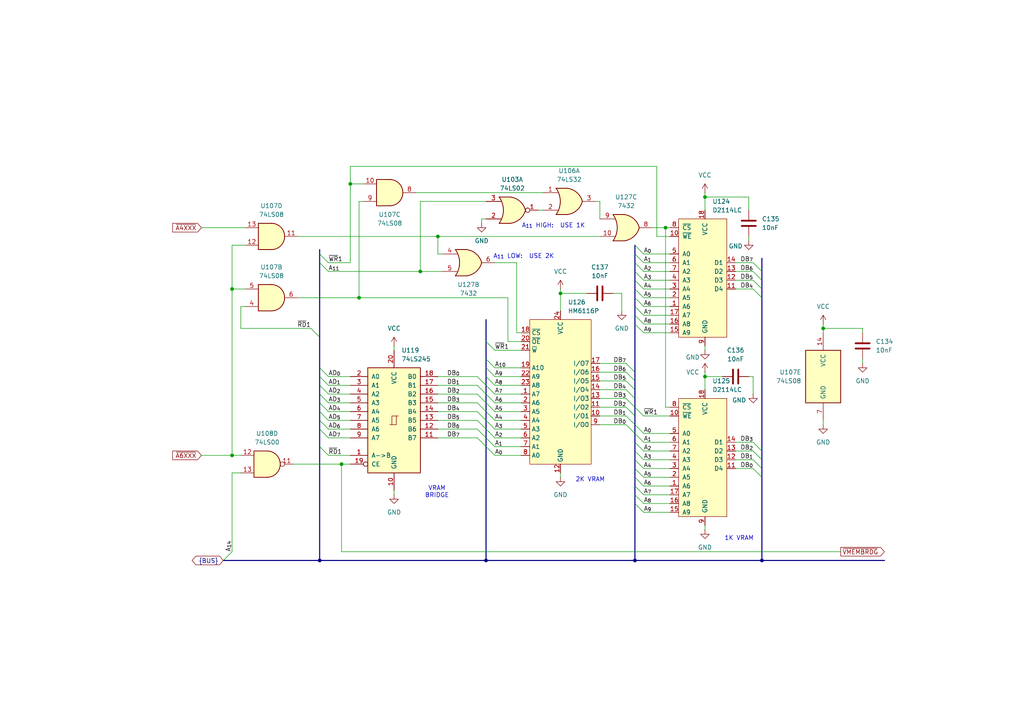
<source format=kicad_sch>
(kicad_sch (version 20250114) (generator "eeschema") (generator_version "9.0")
  (paper "A4")
  (lib_symbols
    (symbol "74xx:74LS00" (pin_names (offset 1.016))
      (property "Reference" "U" (at 0 1.27 0))
      (property "Value" "74LS00" (at 0 -1.27 0))
      (symbol "74LS00_1_1"
        (pin input line (at -7.62 2.54 0) (length 3.81) (name "~") (number "1"))
        (pin input line (at -7.62 -2.54 0) (length 3.81) (name "~") (number "2"))
        (pin output inverted (at 7.62 0 180) (length 3.81) (name "~") (number "3"))
      )
      (symbol "74LS00_1_2"
        (pin input inverted (at -7.62 2.54 0) (length 4.318) (name "~") (number "1"))
        (pin input inverted (at -7.62 -2.54 0) (length 4.318) (name "~") (number "2"))
        (pin output line (at 7.62 0 180) (length 3.81) (name "~") (number "3"))
      )
      (symbol "74LS00_2_1"
        (pin input line (at -7.62 2.54 0) (length 3.81) (name "~") (number "4"))
        (pin input line (at -7.62 -2.54 0) (length 3.81) (name "~") (number "5"))
        (pin output inverted (at 7.62 0 180) (length 3.81) (name "~") (number "6"))
      )
      (symbol "74LS00_2_2"
        (pin input inverted (at -7.62 2.54 0) (length 4.318) (name "~") (number "4"))
        (pin input inverted (at -7.62 -2.54 0) (length 4.318) (name "~") (number "5"))
        (pin output line (at 7.62 0 180) (length 3.81) (name "~") (number "6"))
      )
      (symbol "74LS00_3_1"
        (pin input line (at -7.62 2.54 0) (length 3.81) (name "~") (number "9"))
        (pin input line (at -7.62 -2.54 0) (length 3.81) (name "~") (number "10"))
        (pin output inverted (at 7.62 0 180) (length 3.81) (name "~") (number "8"))
      )
      (symbol "74LS00_3_2"
        (pin input inverted (at -7.62 2.54 0) (length 4.318) (name "~") (number "9"))
        (pin input inverted (at -7.62 -2.54 0) (length 4.318) (name "~") (number "10"))
        (pin output line (at 7.62 0 180) (length 3.81) (name "~") (number "8"))
      )
      (symbol "74LS00_4_1"
        (pin input line (at -7.62 2.54 0) (length 3.81) (name "~") (number "12"))
        (pin input line (at -7.62 -2.54 0) (length 3.81) (name "~") (number "13"))
        (pin output inverted (at 7.62 0 180) (length 3.81) (name "~") (number "11"))
      )
      (symbol "74LS00_4_2"
        (pin input inverted (at -7.62 2.54 0) (length 4.318) (name "~") (number "12"))
        (pin input inverted (at -7.62 -2.54 0) (length 4.318) (name "~") (number "13"))
        (pin output line (at 7.62 0 180) (length 3.81) (name "~") (number "11"))
      )
      (symbol "74LS00_5_0"
        (pin power_in line (at 0 12.7 270) (length 5.08) (name "VCC") (number "14"))
        (pin power_in line (at 0 -12.7 90) (length 5.08) (name "GND") (number "7"))
      )
    )
    (symbol "74xx:74LS02" (pin_names (offset 1.016))
      (property "Reference" "U" (at 0 1.27 0))
      (property "Value" "74LS02" (at 0 -1.27 0))
      (symbol "74LS02_1_1"
        (pin input line (at -7.62 2.54 0) (length 4.318) (name "~") (number "2"))
        (pin input line (at -7.62 -2.54 0) (length 4.318) (name "~") (number "3"))
        (pin output inverted (at 7.62 0 180) (length 3.81) (name "~") (number "1"))
      )
      (symbol "74LS02_1_2"
        (pin input inverted (at -7.62 2.54 0) (length 3.81) (name "~") (number "2"))
        (pin input inverted (at -7.62 -2.54 0) (length 3.81) (name "~") (number "3"))
        (pin output line (at 7.62 0 180) (length 3.81) (name "~") (number "1"))
      )
      (symbol "74LS02_2_1"
        (pin input line (at -7.62 2.54 0) (length 4.318) (name "~") (number "5"))
        (pin input line (at -7.62 -2.54 0) (length 4.318) (name "~") (number "6"))
        (pin output inverted (at 7.62 0 180) (length 3.81) (name "~") (number "4"))
      )
      (symbol "74LS02_2_2"
        (pin input inverted (at -7.62 2.54 0) (length 3.81) (name "~") (number "5"))
        (pin input inverted (at -7.62 -2.54 0) (length 3.81) (name "~") (number "6"))
        (pin output line (at 7.62 0 180) (length 3.81) (name "~") (number "4"))
      )
      (symbol "74LS02_3_1"
        (pin input line (at -7.62 2.54 0) (length 4.318) (name "~") (number "8"))
        (pin input line (at -7.62 -2.54 0) (length 4.318) (name "~") (number "9"))
        (pin output inverted (at 7.62 0 180) (length 3.81) (name "~") (number "10"))
      )
      (symbol "74LS02_3_2"
        (pin input inverted (at -7.62 2.54 0) (length 3.81) (name "~") (number "8"))
        (pin input inverted (at -7.62 -2.54 0) (length 3.81) (name "~") (number "9"))
        (pin output line (at 7.62 0 180) (length 3.81) (name "~") (number "10"))
      )
      (symbol "74LS02_4_1"
        (pin input line (at -7.62 2.54 0) (length 4.318) (name "~") (number "11"))
        (pin input line (at -7.62 -2.54 0) (length 4.318) (name "~") (number "12"))
        (pin output inverted (at 7.62 0 180) (length 3.81) (name "~") (number "13"))
      )
      (symbol "74LS02_4_2"
        (pin input inverted (at -7.62 2.54 0) (length 3.81) (name "~") (number "11"))
        (pin input inverted (at -7.62 -2.54 0) (length 3.81) (name "~") (number "12"))
        (pin output line (at 7.62 0 180) (length 3.81) (name "~") (number "13"))
      )
      (symbol "74LS02_5_0"
        (pin power_in line (at 0 12.7 270) (length 5.08) (name "VCC") (number "14"))
        (pin power_in line (at 0 -12.7 90) (length 5.08) (name "GND") (number "7"))
      )
    )
    (symbol "74xx:74LS08" (pin_names (offset 1.016))
      (property "Reference" "U" (at 0 1.27 0))
      (property "Value" "74LS08" (at 0 -1.27 0))
      (symbol "74LS08_1_1"
        (pin input line (at -7.62 2.54 0) (length 3.81) (name "~") (number "1"))
        (pin input line (at -7.62 -2.54 0) (length 3.81) (name "~") (number "2"))
        (pin output line (at 7.62 0 180) (length 3.81) (name "~") (number "3"))
      )
      (symbol "74LS08_1_2"
        (pin input inverted (at -7.62 2.54 0) (length 4.318) (name "~") (number "1"))
        (pin input inverted (at -7.62 -2.54 0) (length 4.318) (name "~") (number "2"))
        (pin output inverted (at 7.62 0 180) (length 3.81) (name "~") (number "3"))
      )
      (symbol "74LS08_2_1"
        (pin input line (at -7.62 2.54 0) (length 3.81) (name "~") (number "4"))
        (pin input line (at -7.62 -2.54 0) (length 3.81) (name "~") (number "5"))
        (pin output line (at 7.62 0 180) (length 3.81) (name "~") (number "6"))
      )
      (symbol "74LS08_2_2"
        (pin input inverted (at -7.62 2.54 0) (length 4.318) (name "~") (number "4"))
        (pin input inverted (at -7.62 -2.54 0) (length 4.318) (name "~") (number "5"))
        (pin output inverted (at 7.62 0 180) (length 3.81) (name "~") (number "6"))
      )
      (symbol "74LS08_3_1"
        (pin input line (at -7.62 2.54 0) (length 3.81) (name "~") (number "9"))
        (pin input line (at -7.62 -2.54 0) (length 3.81) (name "~") (number "10"))
        (pin output line (at 7.62 0 180) (length 3.81) (name "~") (number "8"))
      )
      (symbol "74LS08_3_2"
        (pin input inverted (at -7.62 2.54 0) (length 4.318) (name "~") (number "9"))
        (pin input inverted (at -7.62 -2.54 0) (length 4.318) (name "~") (number "10"))
        (pin output inverted (at 7.62 0 180) (length 3.81) (name "~") (number "8"))
      )
      (symbol "74LS08_4_1"
        (pin input line (at -7.62 2.54 0) (length 3.81) (name "~") (number "12"))
        (pin input line (at -7.62 -2.54 0) (length 3.81) (name "~") (number "13"))
        (pin output line (at 7.62 0 180) (length 3.81) (name "~") (number "11"))
      )
      (symbol "74LS08_4_2"
        (pin input inverted (at -7.62 2.54 0) (length 4.318) (name "~") (number "12"))
        (pin input inverted (at -7.62 -2.54 0) (length 4.318) (name "~") (number "13"))
        (pin output inverted (at 7.62 0 180) (length 3.81) (name "~") (number "11"))
      )
      (symbol "74LS08_5_0"
        (pin power_in line (at 0 12.7 270) (length 5.08) (name "VCC") (number "14"))
        (pin power_in line (at 0 -12.7 90) (length 5.08) (name "GND") (number "7"))
      )
    )
    (symbol "74xx:74LS245" (pin_names (offset 1.016))
      (property "Reference" "U" (at -7.62 16.51 0))
      (property "Value" "74LS245" (at -7.62 -16.51 0))
      (symbol "74LS245_1_0"
        (pin tri_state line (at -12.7 12.7 0) (length 5.08) (name "A0") (number "2"))
        (pin tri_state line (at -12.7 10.16 0) (length 5.08) (name "A1") (number "3"))
        (pin tri_state line (at -12.7 7.62 0) (length 5.08) (name "A2") (number "4"))
        (pin tri_state line (at -12.7 5.08 0) (length 5.08) (name "A3") (number "5"))
        (pin tri_state line (at -12.7 2.54 0) (length 5.08) (name "A4") (number "6"))
        (pin tri_state line (at -12.7 0 0) (length 5.08) (name "A5") (number "7"))
        (pin tri_state line (at -12.7 -2.54 0) (length 5.08) (name "A6") (number "8"))
        (pin tri_state line (at -12.7 -5.08 0) (length 5.08) (name "A7") (number "9"))
        (pin input line (at -12.7 -10.16 0) (length 5.08) (name "A->B") (number "1"))
        (pin input inverted (at -12.7 -12.7 0) (length 5.08) (name "CE") (number "19"))
        (pin power_in line (at 0 20.32 270) (length 5.08) (name "VCC") (number "20"))
        (pin power_in line (at 0 -20.32 90) (length 5.08) (name "GND") (number "10"))
        (pin tri_state line (at 12.7 12.7 180) (length 5.08) (name "B0") (number "18"))
        (pin tri_state line (at 12.7 10.16 180) (length 5.08) (name "B1") (number "17"))
        (pin tri_state line (at 12.7 7.62 180) (length 5.08) (name "B2") (number "16"))
        (pin tri_state line (at 12.7 5.08 180) (length 5.08) (name "B3") (number "15"))
        (pin tri_state line (at 12.7 2.54 180) (length 5.08) (name "B4") (number "14"))
        (pin tri_state line (at 12.7 0 180) (length 5.08) (name "B5") (number "13"))
        (pin tri_state line (at 12.7 -2.54 180) (length 5.08) (name "B6") (number "12"))
        (pin tri_state line (at 12.7 -5.08 180) (length 5.08) (name "B7") (number "11"))
      )
    )
    (symbol "74xx:74LS32" (pin_names (offset 1.016))
      (property "Reference" "U" (at 0 1.27 0))
      (property "Value" "74LS32" (at 0 -1.27 0))
      (symbol "74LS32_1_1"
        (pin input line (at -7.62 2.54 0) (length 4.318) (name "~") (number "1"))
        (pin input line (at -7.62 -2.54 0) (length 4.318) (name "~") (number "2"))
        (pin output line (at 7.62 0 180) (length 3.81) (name "~") (number "3"))
      )
      (symbol "74LS32_1_2"
        (pin input inverted (at -7.62 2.54 0) (length 3.81) (name "~") (number "1"))
        (pin input inverted (at -7.62 -2.54 0) (length 3.81) (name "~") (number "2"))
        (pin output inverted (at 7.62 0 180) (length 3.81) (name "~") (number "3"))
      )
      (symbol "74LS32_2_1"
        (pin input line (at -7.62 2.54 0) (length 4.318) (name "~") (number "4"))
        (pin input line (at -7.62 -2.54 0) (length 4.318) (name "~") (number "5"))
        (pin output line (at 7.62 0 180) (length 3.81) (name "~") (number "6"))
      )
      (symbol "74LS32_2_2"
        (pin input inverted (at -7.62 2.54 0) (length 3.81) (name "~") (number "4"))
        (pin input inverted (at -7.62 -2.54 0) (length 3.81) (name "~") (number "5"))
        (pin output inverted (at 7.62 0 180) (length 3.81) (name "~") (number "6"))
      )
      (symbol "74LS32_3_1"
        (pin input line (at -7.62 2.54 0) (length 4.318) (name "~") (number "9"))
        (pin input line (at -7.62 -2.54 0) (length 4.318) (name "~") (number "10"))
        (pin output line (at 7.62 0 180) (length 3.81) (name "~") (number "8"))
      )
      (symbol "74LS32_3_2"
        (pin input inverted (at -7.62 2.54 0) (length 3.81) (name "~") (number "9"))
        (pin input inverted (at -7.62 -2.54 0) (length 3.81) (name "~") (number "10"))
        (pin output inverted (at 7.62 0 180) (length 3.81) (name "~") (number "8"))
      )
      (symbol "74LS32_4_1"
        (pin input line (at -7.62 2.54 0) (length 4.318) (name "~") (number "12"))
        (pin input line (at -7.62 -2.54 0) (length 4.318) (name "~") (number "13"))
        (pin output line (at 7.62 0 180) (length 3.81) (name "~") (number "11"))
      )
      (symbol "74LS32_4_2"
        (pin input inverted (at -7.62 2.54 0) (length 3.81) (name "~") (number "12"))
        (pin input inverted (at -7.62 -2.54 0) (length 3.81) (name "~") (number "13"))
        (pin output inverted (at 7.62 0 180) (length 3.81) (name "~") (number "11"))
      )
      (symbol "74LS32_5_0"
        (pin power_in line (at 0 12.7 270) (length 5.08) (name "VCC") (number "14"))
        (pin power_in line (at 0 -12.7 90) (length 5.08) (name "GND") (number "7"))
      )
    )
    (symbol "Device:C" (pin_numbers (hide yes)) (pin_names (offset 0.254))
      (property "Reference" "C" (at 0.635 2.54 0))
      (property "Value" "C" (at 0.635 -2.54 0))
      (symbol "C_1_1"
        (pin passive line (at 0 3.81 270) (length 2.794) (name "~") (number "1"))
        (pin passive line (at 0 -3.81 90) (length 2.794) (name "~") (number "2"))
      )
    )
    (symbol "ZX1:D2114LC" (pin_names (offset 1.016))
      (property "Reference" "U" (at -1.27 0 0))
      (property "Value" "D2114LC" (at 1.27 17.78 0))
      (symbol "D2114LC_1_1"
        (pin input line (at -10.16 13.97 0) (length 2.54) (name "~{CS}") (number "8"))
        (pin input line (at -10.16 11.43 0) (length 2.54) (name "~{WE}") (number "10"))
        (pin input line (at -10.16 6.35 0) (length 2.54) (name "A0") (number "5"))
        (pin input line (at -10.16 3.81 0) (length 2.54) (name "A1") (number "6"))
        (pin input line (at -10.16 1.27 0) (length 2.54) (name "A2") (number "7"))
        (pin input line (at -10.16 -1.27 0) (length 2.54) (name "A3") (number "4"))
        (pin input line (at -10.16 -3.81 0) (length 2.54) (name "A4") (number "3"))
        (pin input line (at -10.16 -6.35 0) (length 2.54) (name "A5") (number "2"))
        (pin input line (at -10.16 -8.89 0) (length 2.54) (name "A6") (number "1"))
        (pin input line (at -10.16 -11.43 0) (length 2.54) (name "A7") (number "17"))
        (pin input line (at -10.16 -13.97 0) (length 2.54) (name "A8") (number "16"))
        (pin input line (at -10.16 -16.51 0) (length 2.54) (name "A9") (number "15"))
        (pin power_in line (at 0 19.05 270) (length 2.54) (name "VCC") (number "18"))
        (pin power_in line (at 0 -20.32 90) (length 2.54) (name "GND") (number "9"))
        (pin bidirectional line (at 8.89 3.81 180) (length 2.54) (name "D1") (number "14"))
        (pin bidirectional line (at 8.89 1.27 180) (length 2.54) (name "D2") (number "13"))
        (pin bidirectional line (at 8.89 -1.27 180) (length 2.54) (name "D3") (number "12"))
        (pin bidirectional line (at 8.89 -3.81 180) (length 2.54) (name "D4") (number "11"))
      )
    )
    (symbol "ZX1:HM6116P"
      (property "Reference" "U" (at 0 0 0))
      (property "Value" "HM6116P" (at 0 0 0))
      (symbol "HM6116P_1_1"
        (pin input line (at -11.43 17.78 0) (length 2.54) (name "~{CS}") (number "18"))
        (pin input line (at -11.43 15.24 0) (length 2.54) (name "~{OE}") (number "20"))
        (pin input line (at -11.43 12.7 0) (length 2.54) (name "~{W}") (number "21"))
        (pin input line (at -11.43 7.62 0) (length 2.54) (name "A10") (number "19"))
        (pin input line (at -11.43 5.08 0) (length 2.54) (name "A9") (number "22"))
        (pin input line (at -11.43 2.54 0) (length 2.54) (name "A8") (number "23"))
        (pin input line (at -11.43 0 0) (length 2.54) (name "A7") (number "1"))
        (pin input line (at -11.43 -2.54 0) (length 2.54) (name "A6") (number "2"))
        (pin input line (at -11.43 -5.08 0) (length 2.54) (name "A5") (number "3"))
        (pin input line (at -11.43 -7.62 0) (length 2.54) (name "A4") (number "4"))
        (pin input line (at -11.43 -10.16 0) (length 2.54) (name "A3") (number "5"))
        (pin input line (at -11.43 -12.7 0) (length 2.54) (name "A2") (number "6"))
        (pin input line (at -11.43 -15.24 0) (length 2.54) (name "A1") (number "7"))
        (pin input line (at -11.43 -17.78 0) (length 2.54) (name "A0") (number "8"))
        (pin power_in line (at 0 24.13 270) (length 2.54) (name "VCC") (number "24"))
        (pin power_in line (at 0 -22.86 90) (length 2.54) (name "GND") (number "12"))
        (pin bidirectional line (at 11.43 8.89 180) (length 2.54) (name "I/O7") (number "17"))
        (pin bidirectional line (at 11.43 6.35 180) (length 2.54) (name "I/O6") (number "16"))
        (pin bidirectional line (at 11.43 3.81 180) (length 2.54) (name "I/O5") (number "15"))
        (pin bidirectional line (at 11.43 1.27 180) (length 2.54) (name "I/O4") (number "14"))
        (pin bidirectional line (at 11.43 -1.27 180) (length 2.54) (name "I/O3") (number "13"))
        (pin bidirectional line (at 11.43 -3.81 180) (length 2.54) (name "I/O2") (number "11"))
        (pin bidirectional line (at 11.43 -6.35 180) (length 2.54) (name "I/O1") (number "10"))
        (pin bidirectional line (at 11.43 -8.89 180) (length 2.54) (name "I/O0") (number "9"))
      )
    )
    (symbol "power:GND" (power) (pin_numbers (hide yes)) (pin_names (offset 0) (hide yes))
      (property "Value" "GND" (at 0 -3.81 0))
      (symbol "GND_1_1"
        (pin power_in line (at 0 0 270) (length 0) (name "~") (number "1"))
      )
    )
    (symbol "power:VCC" (power) (pin_numbers (hide yes)) (pin_names (offset 0) (hide yes))
      (property "Value" "VCC" (at 0 3.556 0))
      (symbol "VCC_1_1"
        (pin power_in line (at 0 0 90) (length 0) (name "~") (number "1"))
      )
    )
  )
  (bus_alias "BUS" (members "AD_{[0..7]}" "A_{[0..15]}" "DB_{[0..7]}" "~{RD}1" "~{WR}1"))
  (text "2K VRAM" (at 171.196 139.192 0) (effects (font (size 1.27 1.27))))
  (text "VRAM\nBRIDGE" (at 126.746 142.748 0) (effects (font (size 1.27 1.27))))
  (text "A_{11} HIGH:  USE 1K" (at 160.528 65.532 0) (effects (font (size 1.27 1.27))))
  (text "1K VRAM" (at 214.376 156.21 0) (effects (font (size 1.27 1.27))))
  (text "A_{11} LOW:  USE 2K" (at 151.892 74.422 0) (effects (font (size 1.27 1.27))))
  (junction (at 92.71 162.56))
  (junction (at 140.97 162.56))
  (junction (at 99.06 134.62))
  (junction (at 193.04 66.04))
  (junction (at 204.47 109.22))
  (junction (at 121.92 78.74))
  (junction (at 127 68.58))
  (junction (at 67.31 83.82))
  (junction (at 101.6 53.34))
  (junction (at 162.56 85.09))
  (junction (at 104.14 86.36))
  (junction (at 67.31 132.08))
  (junction (at 184.15 162.56))
  (junction (at 238.76 95.25))
  (junction (at 220.98 162.56))
  (junction (at 204.47 57.15))
  (bus_entry (at 184.15 83.82) (size 2.54 2.54))
  (bus_entry (at 138.43 114.3) (size 2.54 2.54))
  (bus_entry (at 92.71 76.2) (size 2.54 2.54))
  (bus_entry (at 181.61 113.03) (size 2.54 2.54))
  (bus_entry (at 140.97 121.92) (size 2.54 2.54))
  (bus_entry (at 140.97 114.3) (size 2.54 2.54))
  (bus_entry (at 138.43 127) (size 2.54 2.54))
  (bus_entry (at 184.15 88.9) (size 2.54 2.54))
  (bus_entry (at 140.97 109.22) (size 2.54 2.54))
  (bus_entry (at 218.44 81.28) (size 2.54 2.54))
  (bus_entry (at 184.15 81.28) (size 2.54 2.54))
  (bus_entry (at 218.44 76.2) (size 2.54 2.54))
  (bus_entry (at 92.71 114.3) (size 2.54 2.54))
  (bus_entry (at 92.71 129.54) (size 2.54 2.54))
  (bus_entry (at 138.43 109.22) (size 2.54 2.54))
  (bus_entry (at 92.71 119.38) (size 2.54 2.54))
  (bus_entry (at 138.43 111.76) (size 2.54 2.54))
  (bus_entry (at 140.97 111.76) (size 2.54 2.54))
  (bus_entry (at 181.61 120.65) (size 2.54 2.54))
  (bus_entry (at 184.15 118.11) (size 2.54 2.54))
  (bus_entry (at 140.97 106.68) (size 2.54 2.54))
  (bus_entry (at 218.44 135.89) (size 2.54 2.54))
  (bus_entry (at 92.71 124.46) (size 2.54 2.54))
  (bus_entry (at 138.43 116.84) (size 2.54 2.54))
  (bus_entry (at 184.15 73.66) (size 2.54 2.54))
  (bus_entry (at 184.15 130.81) (size 2.54 2.54))
  (bus_entry (at 92.71 109.22) (size 2.54 2.54))
  (bus_entry (at 181.61 107.95) (size 2.54 2.54))
  (bus_entry (at 140.97 129.54) (size 2.54 2.54))
  (bus_entry (at 184.15 143.51) (size 2.54 2.54))
  (bus_entry (at 92.71 106.68) (size 2.54 2.54))
  (bus_entry (at 64.77 162.56) (size 2.54 -2.54))
  (bus_entry (at 184.15 146.05) (size 2.54 2.54))
  (bus_entry (at 186.69 73.66) (size -2.54 -2.54))
  (bus_entry (at 181.61 110.49) (size 2.54 2.54))
  (bus_entry (at 140.97 104.14) (size 2.54 2.54))
  (bus_entry (at 184.15 125.73) (size 2.54 2.54))
  (bus_entry (at 138.43 119.38) (size 2.54 2.54))
  (bus_entry (at 184.15 135.89) (size 2.54 2.54))
  (bus_entry (at 138.43 121.92) (size 2.54 2.54))
  (bus_entry (at 186.69 125.73) (size -2.54 -2.54))
  (bus_entry (at 138.43 124.46) (size 2.54 2.54))
  (bus_entry (at 140.97 127) (size 2.54 2.54))
  (bus_entry (at 184.15 133.35) (size 2.54 2.54))
  (bus_entry (at 184.15 138.43) (size 2.54 2.54))
  (bus_entry (at 184.15 76.2) (size 2.54 2.54))
  (bus_entry (at 140.97 99.06) (size 2.54 2.54))
  (bus_entry (at 140.97 116.84) (size 2.54 2.54))
  (bus_entry (at 181.61 105.41) (size 2.54 2.54))
  (bus_entry (at 184.15 86.36) (size 2.54 2.54))
  (bus_entry (at 90.17 95.25) (size 2.54 2.54))
  (bus_entry (at 92.71 121.92) (size 2.54 2.54))
  (bus_entry (at 184.15 93.98) (size 2.54 2.54))
  (bus_entry (at 218.44 83.82) (size 2.54 2.54))
  (bus_entry (at 92.71 73.66) (size 2.54 2.54))
  (bus_entry (at 181.61 123.19) (size 2.54 2.54))
  (bus_entry (at 92.71 116.84) (size 2.54 2.54))
  (bus_entry (at 181.61 115.57) (size 2.54 2.54))
  (bus_entry (at 184.15 140.97) (size 2.54 2.54))
  (bus_entry (at 140.97 124.46) (size 2.54 2.54))
  (bus_entry (at 218.44 130.81) (size 2.54 2.54))
  (bus_entry (at 181.61 118.11) (size 2.54 2.54))
  (bus_entry (at 184.15 78.74) (size 2.54 2.54))
  (bus_entry (at 218.44 133.35) (size 2.54 2.54))
  (bus_entry (at 184.15 91.44) (size 2.54 2.54))
  (bus_entry (at 92.71 111.76) (size 2.54 2.54))
  (bus_entry (at 186.69 130.81) (size -2.54 -2.54))
  (bus_entry (at 218.44 128.27) (size 2.54 2.54))
  (bus_entry (at 140.97 119.38) (size 2.54 2.54))
  (bus_entry (at 218.44 78.74) (size 2.54 2.54))
  (wire (pts (xy 186.69 146.05) (xy 194.31 146.05)))
  (bus (pts (xy 184.15 138.43) (xy 184.15 140.97)))
  (wire (pts (xy 86.36 86.36) (xy 104.14 86.36)))
  (wire (pts (xy 99.06 134.62) (xy 99.06 160.02)))
  (wire (pts (xy 85.09 134.62) (xy 99.06 134.62)))
  (wire (pts (xy 95.25 78.74) (xy 121.92 78.74)))
  (wire (pts (xy 156.21 60.96) (xy 157.48 60.96)))
  (wire (pts (xy 127 109.22) (xy 138.43 109.22)))
  (wire (pts (xy 101.6 53.34) (xy 105.41 53.34)))
  (bus (pts (xy 140.97 109.22) (xy 140.97 111.76)))
  (wire (pts (xy 67.31 137.16) (xy 67.31 160.02)))
  (wire (pts (xy 69.85 95.25) (xy 90.17 95.25)))
  (wire (pts (xy 95.25 127) (xy 101.6 127)))
  (wire (pts (xy 151.13 96.52) (xy 149.86 96.52)))
  (wire (pts (xy 58.42 66.04) (xy 71.12 66.04)))
  (wire (pts (xy 186.69 148.59) (xy 194.31 148.59)))
  (wire (pts (xy 95.25 111.76) (xy 101.6 111.76)))
  (wire (pts (xy 173.99 115.57) (xy 181.61 115.57)))
  (wire (pts (xy 95.25 116.84) (xy 101.6 116.84)))
  (wire (pts (xy 180.34 85.09) (xy 180.34 90.17)))
  (wire (pts (xy 127 127) (xy 138.43 127)))
  (wire (pts (xy 162.56 83.82) (xy 162.56 85.09)))
  (bus (pts (xy 140.97 121.92) (xy 140.97 124.46)))
  (wire (pts (xy 204.47 100.33) (xy 204.47 101.6)))
  (bus (pts (xy 184.15 113.03) (xy 184.15 115.57)))
  (wire (pts (xy 162.56 90.17) (xy 162.56 85.09)))
  (wire (pts (xy 213.36 81.28) (xy 218.44 81.28)))
  (bus (pts (xy 92.71 119.38) (xy 92.71 116.84)))
  (bus (pts (xy 64.77 162.56) (xy 92.71 162.56)))
  (wire (pts (xy 173.99 105.41) (xy 181.61 105.41)))
  (wire (pts (xy 147.32 86.36) (xy 147.32 99.06)))
  (wire (pts (xy 127 111.76) (xy 138.43 111.76)))
  (wire (pts (xy 186.69 93.98) (xy 194.31 93.98)))
  (bus (pts (xy 140.97 116.84) (xy 140.97 119.38)))
  (wire (pts (xy 173.99 123.19) (xy 181.61 123.19)))
  (bus (pts (xy 92.71 119.38) (xy 92.71 121.92)))
  (wire (pts (xy 193.04 66.04) (xy 194.31 66.04)))
  (bus (pts (xy 92.71 121.92) (xy 92.71 124.46)))
  (bus (pts (xy 140.97 119.38) (xy 140.97 121.92)))
  (wire (pts (xy 114.3 142.24) (xy 114.3 143.51)))
  (bus (pts (xy 220.98 162.56) (xy 256.54 162.56)))
  (bus (pts (xy 220.98 86.36) (xy 220.98 130.81)))
  (wire (pts (xy 213.36 76.2) (xy 218.44 76.2)))
  (wire (pts (xy 189.23 66.04) (xy 193.04 66.04)))
  (wire (pts (xy 143.51 101.6) (xy 151.13 101.6)))
  (wire (pts (xy 143.51 116.84) (xy 151.13 116.84)))
  (wire (pts (xy 186.69 143.51) (xy 194.31 143.51)))
  (wire (pts (xy 186.69 140.97) (xy 194.31 140.97)))
  (wire (pts (xy 186.69 96.52) (xy 194.31 96.52)))
  (bus (pts (xy 184.15 123.19) (xy 184.15 125.73)))
  (wire (pts (xy 143.51 132.08) (xy 151.13 132.08)))
  (wire (pts (xy 238.76 121.92) (xy 238.76 123.19)))
  (bus (pts (xy 140.97 99.06) (xy 140.97 104.14)))
  (bus (pts (xy 184.15 133.35) (xy 184.15 135.89)))
  (wire (pts (xy 204.47 109.22) (xy 204.47 107.95)))
  (wire (pts (xy 143.51 129.54) (xy 151.13 129.54)))
  (wire (pts (xy 186.69 88.9) (xy 194.31 88.9)))
  (bus (pts (xy 184.15 73.66) (xy 184.15 76.2)))
  (bus (pts (xy 140.97 129.54) (xy 140.97 162.56)))
  (wire (pts (xy 67.31 137.16) (xy 69.85 137.16)))
  (bus (pts (xy 184.15 135.89) (xy 184.15 138.43)))
  (wire (pts (xy 95.25 132.08) (xy 101.6 132.08)))
  (wire (pts (xy 143.51 124.46) (xy 151.13 124.46)))
  (wire (pts (xy 209.55 109.22) (xy 204.47 109.22)))
  (wire (pts (xy 143.51 127) (xy 151.13 127)))
  (bus (pts (xy 140.97 92.71) (xy 140.97 99.06)))
  (wire (pts (xy 218.44 109.22) (xy 218.44 114.3)))
  (wire (pts (xy 99.06 160.02) (xy 243.84 160.02)))
  (bus (pts (xy 184.15 91.44) (xy 184.15 93.98)))
  (wire (pts (xy 95.25 76.2) (xy 101.6 76.2)))
  (wire (pts (xy 186.69 133.35) (xy 194.31 133.35)))
  (wire (pts (xy 186.69 125.73) (xy 194.31 125.73)))
  (wire (pts (xy 186.69 73.66) (xy 194.31 73.66)))
  (bus (pts (xy 184.15 71.12) (xy 184.15 73.66)))
  (wire (pts (xy 86.36 68.58) (xy 127 68.58)))
  (bus (pts (xy 92.71 72.39) (xy 92.71 73.66)))
  (wire (pts (xy 213.36 128.27) (xy 218.44 128.27)))
  (wire (pts (xy 121.92 78.74) (xy 128.27 78.74)))
  (wire (pts (xy 194.31 68.58) (xy 190.5 68.58)))
  (bus (pts (xy 184.15 76.2) (xy 184.15 78.74)))
  (bus (pts (xy 92.71 73.66) (xy 92.71 76.2)))
  (wire (pts (xy 67.31 132.08) (xy 69.85 132.08)))
  (bus (pts (xy 220.98 78.74) (xy 220.98 81.28)))
  (wire (pts (xy 190.5 68.58) (xy 190.5 48.26)))
  (bus (pts (xy 92.71 124.46) (xy 92.71 129.54)))
  (bus (pts (xy 184.15 83.82) (xy 184.15 86.36)))
  (wire (pts (xy 173.99 107.95) (xy 181.61 107.95)))
  (bus (pts (xy 184.15 118.11) (xy 184.15 120.65)))
  (bus (pts (xy 184.15 93.98) (xy 184.15 107.95)))
  (wire (pts (xy 143.51 119.38) (xy 151.13 119.38)))
  (wire (pts (xy 173.99 113.03) (xy 181.61 113.03)))
  (bus (pts (xy 220.98 133.35) (xy 220.98 135.89)))
  (bus (pts (xy 92.71 114.3) (xy 92.71 116.84)))
  (wire (pts (xy 186.69 78.74) (xy 194.31 78.74)))
  (wire (pts (xy 139.7 63.5) (xy 140.97 63.5)))
  (bus (pts (xy 92.71 97.79) (xy 92.71 106.68)))
  (bus (pts (xy 220.98 130.81) (xy 220.98 133.35)))
  (wire (pts (xy 193.04 66.04) (xy 193.04 118.11)))
  (wire (pts (xy 186.69 130.81) (xy 194.31 130.81)))
  (wire (pts (xy 95.25 114.3) (xy 101.6 114.3)))
  (wire (pts (xy 217.17 57.15) (xy 204.47 57.15)))
  (bus (pts (xy 92.71 76.2) (xy 92.71 97.79)))
  (wire (pts (xy 69.85 88.9) (xy 71.12 88.9)))
  (wire (pts (xy 104.14 58.42) (xy 104.14 86.36)))
  (wire (pts (xy 95.25 119.38) (xy 101.6 119.38)))
  (bus (pts (xy 184.15 125.73) (xy 184.15 128.27)))
  (wire (pts (xy 67.31 71.12) (xy 67.31 83.82)))
  (wire (pts (xy 143.51 106.68) (xy 151.13 106.68)))
  (wire (pts (xy 121.92 58.42) (xy 140.97 58.42)))
  (bus (pts (xy 184.15 130.81) (xy 184.15 133.35)))
  (wire (pts (xy 95.25 121.92) (xy 101.6 121.92)))
  (wire (pts (xy 127 121.92) (xy 138.43 121.92)))
  (wire (pts (xy 114.3 100.33) (xy 114.3 101.6)))
  (wire (pts (xy 186.69 91.44) (xy 194.31 91.44)))
  (bus (pts (xy 184.15 88.9) (xy 184.15 91.44)))
  (wire (pts (xy 162.56 85.09) (xy 170.18 85.09)))
  (bus (pts (xy 92.71 106.68) (xy 92.71 109.22)))
  (wire (pts (xy 173.99 110.49) (xy 181.61 110.49)))
  (wire (pts (xy 127 68.58) (xy 173.99 68.58)))
  (bus (pts (xy 184.15 78.74) (xy 184.15 81.28)))
  (wire (pts (xy 204.47 152.4) (xy 204.47 153.67)))
  (bus (pts (xy 184.15 86.36) (xy 184.15 88.9)))
  (wire (pts (xy 127 73.66) (xy 127 68.58)))
  (wire (pts (xy 193.04 118.11) (xy 194.31 118.11)))
  (wire (pts (xy 186.69 81.28) (xy 194.31 81.28)))
  (wire (pts (xy 217.17 68.58) (xy 217.17 69.85)))
  (wire (pts (xy 186.69 138.43) (xy 194.31 138.43)))
  (wire (pts (xy 99.06 134.62) (xy 101.6 134.62)))
  (wire (pts (xy 213.36 133.35) (xy 218.44 133.35)))
  (wire (pts (xy 162.56 137.16) (xy 162.56 138.43)))
  (wire (pts (xy 238.76 95.25) (xy 250.19 95.25)))
  (bus (pts (xy 220.98 138.43) (xy 220.98 162.56)))
  (wire (pts (xy 204.47 109.22) (xy 204.47 113.03)))
  (wire (pts (xy 186.69 135.89) (xy 194.31 135.89)))
  (wire (pts (xy 143.51 109.22) (xy 151.13 109.22)))
  (wire (pts (xy 69.85 88.9) (xy 69.85 95.25)))
  (wire (pts (xy 104.14 86.36) (xy 147.32 86.36)))
  (bus (pts (xy 184.15 107.95) (xy 184.15 110.49)))
  (wire (pts (xy 173.99 58.42) (xy 172.72 58.42)))
  (wire (pts (xy 186.69 83.82) (xy 194.31 83.82)))
  (bus (pts (xy 140.97 162.56) (xy 92.71 162.56)))
  (wire (pts (xy 173.99 58.42) (xy 173.99 63.5)))
  (wire (pts (xy 173.99 118.11) (xy 181.61 118.11)))
  (bus (pts (xy 220.98 74.93) (xy 220.98 78.74)))
  (wire (pts (xy 238.76 93.98) (xy 238.76 95.25)))
  (wire (pts (xy 139.7 63.5) (xy 139.7 64.77)))
  (wire (pts (xy 120.65 55.88) (xy 157.48 55.88)))
  (wire (pts (xy 127 114.3) (xy 138.43 114.3)))
  (bus (pts (xy 140.97 111.76) (xy 140.97 114.3)))
  (wire (pts (xy 143.51 111.76) (xy 151.13 111.76)))
  (wire (pts (xy 95.25 124.46) (xy 101.6 124.46)))
  (bus (pts (xy 184.15 81.28) (xy 184.15 83.82)))
  (wire (pts (xy 95.25 109.22) (xy 101.6 109.22)))
  (wire (pts (xy 121.92 58.42) (xy 121.92 78.74)))
  (wire (pts (xy 186.69 128.27) (xy 194.31 128.27)))
  (bus (pts (xy 220.98 135.89) (xy 220.98 138.43)))
  (bus (pts (xy 140.97 114.3) (xy 140.97 116.84)))
  (wire (pts (xy 213.36 135.89) (xy 218.44 135.89)))
  (bus (pts (xy 184.15 128.27) (xy 184.15 130.81)))
  (bus (pts (xy 140.97 106.68) (xy 140.97 109.22)))
  (bus (pts (xy 220.98 83.82) (xy 220.98 86.36)))
  (wire (pts (xy 58.42 132.08) (xy 67.31 132.08)))
  (bus (pts (xy 184.15 120.65) (xy 184.15 123.19)))
  (bus (pts (xy 140.97 104.14) (xy 140.97 106.68)))
  (bus (pts (xy 220.98 81.28) (xy 220.98 83.82)))
  (wire (pts (xy 143.51 114.3) (xy 151.13 114.3)))
  (bus (pts (xy 184.15 115.57) (xy 184.15 118.11)))
  (bus (pts (xy 184.15 110.49) (xy 184.15 113.03)))
  (wire (pts (xy 177.8 85.09) (xy 180.34 85.09)))
  (wire (pts (xy 204.47 57.15) (xy 204.47 60.96)))
  (wire (pts (xy 101.6 48.26) (xy 190.5 48.26)))
  (wire (pts (xy 217.17 60.96) (xy 217.17 57.15)))
  (wire (pts (xy 67.31 83.82) (xy 67.31 132.08)))
  (wire (pts (xy 173.99 120.65) (xy 181.61 120.65)))
  (wire (pts (xy 127 124.46) (xy 138.43 124.46)))
  (bus (pts (xy 92.71 129.54) (xy 92.71 162.56)))
  (wire (pts (xy 250.19 95.25) (xy 250.19 96.52)))
  (wire (pts (xy 101.6 48.26) (xy 101.6 53.34)))
  (wire (pts (xy 186.69 120.65) (xy 194.31 120.65)))
  (bus (pts (xy 184.15 146.05) (xy 184.15 162.56)))
  (wire (pts (xy 204.47 55.88) (xy 204.47 57.15)))
  (wire (pts (xy 213.36 83.82) (xy 218.44 83.82)))
  (bus (pts (xy 140.97 124.46) (xy 140.97 127)))
  (bus (pts (xy 220.98 162.56) (xy 184.15 162.56)))
  (wire (pts (xy 250.19 104.14) (xy 250.19 105.41)))
  (wire (pts (xy 143.51 121.92) (xy 151.13 121.92)))
  (bus (pts (xy 184.15 143.51) (xy 184.15 146.05)))
  (wire (pts (xy 238.76 96.52) (xy 238.76 95.25)))
  (bus (pts (xy 184.15 140.97) (xy 184.15 143.51)))
  (wire (pts (xy 127 116.84) (xy 138.43 116.84)))
  (wire (pts (xy 67.31 83.82) (xy 71.12 83.82)))
  (wire (pts (xy 104.14 58.42) (xy 105.41 58.42)))
  (wire (pts (xy 101.6 53.34) (xy 101.6 76.2)))
  (bus (pts (xy 140.97 162.56) (xy 184.15 162.56)))
  (wire (pts (xy 149.86 96.52) (xy 149.86 76.2)))
  (wire (pts (xy 218.44 109.22) (xy 217.17 109.22)))
  (wire (pts (xy 127 119.38) (xy 138.43 119.38)))
  (wire (pts (xy 147.32 99.06) (xy 151.13 99.06)))
  (bus (pts (xy 92.71 109.22) (xy 92.71 111.76)))
  (wire (pts (xy 71.12 71.12) (xy 67.31 71.12)))
  (bus (pts (xy 92.71 114.3) (xy 92.71 111.76)))
  (wire (pts (xy 127 73.66) (xy 128.27 73.66)))
  (wire (pts (xy 143.51 76.2) (xy 149.86 76.2)))
  (bus (pts (xy 140.97 127) (xy 140.97 129.54)))
  (wire (pts (xy 213.36 78.74) (xy 218.44 78.74)))
  (wire (pts (xy 186.69 76.2) (xy 194.31 76.2)))
  (wire (pts (xy 186.69 86.36) (xy 194.31 86.36)))
  (wire (pts (xy 213.36 130.81) (xy 218.44 130.81)))
  (label "~{WR}1" (at 143.51 101.6 0))
  (label "DB_{3}" (at 133.35 116.84 180))
  (label "A_{3}" (at 143.51 124.46 0))
  (label "DB_{1}" (at 218.44 133.35 180))
  (label "DB_{5}" (at 181.61 110.49 180))
  (label "DB_{7}" (at 133.35 127 180))
  (label "AD_{3}" (at 95.25 116.84 0))
  (label "A_{5}" (at 186.69 138.43 0))
  (label "A_{0}" (at 186.69 125.73 0))
  (label "DB_{4}" (at 218.44 83.82 180))
  (label "DB_{1}" (at 133.35 111.76 180))
  (label "A_{5}" (at 143.51 119.38 0))
  (label "A_{0}" (at 186.69 73.66 0))
  (label "A_{2}" (at 186.69 78.74 0))
  (label "DB_{7}" (at 218.44 76.2 180))
  (label "A_{9}" (at 186.69 148.59 0))
  (label "AD_{1}" (at 95.25 111.76 0))
  (label "A_{14}" (at 67.31 160.02 90))
  (label "A_{8}" (at 143.51 111.76 0))
  (label "DB_{3}" (at 218.4289 128.27 180))
  (label "DB_{4}" (at 181.61 113.03 180))
  (label "DB_{6}" (at 181.61 107.95 180))
  (label "A_{6}" (at 186.69 140.97 0))
  (label "A_{2}" (at 143.51 127 0))
  (label "A_{8}" (at 186.69 146.05 0))
  (label "A_{1}" (at 186.69 76.2 0))
  (label "A_{5}" (at 186.69 86.36 0))
  (label "A_{7}" (at 143.51 114.3 0))
  (label "A_{9}" (at 143.51 109.22 0))
  (label "~{RD}1" (at 90.17 95.25 180))
  (label "DB_{2}" (at 218.44 130.81 180))
  (label "AD_{5}" (at 95.25 121.92 0))
  (label "AD_{4}" (at 95.25 119.38 0))
  (label "DB_{3}" (at 181.61 115.57 180))
  (label "A_{1}" (at 143.51 129.54 0))
  (label "A_{4}" (at 186.69 135.89 0))
  (label "A_{7}" (at 186.69 91.44 0))
  (label "A_{6}" (at 186.69 88.9 0))
  (label "A_{3}" (at 186.69 81.28 0))
  (label "A_{2}" (at 186.69 130.81 0))
  (label "AD_{6}" (at 95.25 124.46 0))
  (label "A_{11}" (at 95.25 78.74 0))
  (label "DB_{7}" (at 181.61 105.41 180))
  (label "~{WR}1" (at 95.25 76.2 0))
  (label "DB_{0}" (at 218.44 135.89 180))
  (label "A_{10}" (at 143.51 106.68 0))
  (label "DB_{4}" (at 133.35 119.38 180))
  (label "DB_{0}" (at 181.61 123.19 180))
  (label "A_{3}" (at 186.69 133.35 0))
  (label "DB_{0}" (at 133.35 109.22 180))
  (label "~{RD}1" (at 95.25 132.08 0))
  (label "DB_{6}" (at 133.35 124.46 180))
  (label "DB_{5}" (at 133.35 121.92 180))
  (label "~{WR}1" (at 186.69 120.65 0))
  (label "AD_{2}" (at 95.25 114.3 0))
  (label "A_{4}" (at 143.51 121.92 0))
  (label "A_{4}" (at 186.69 83.82 0))
  (label "DB_{5}" (at 218.44 81.28 180))
  (label "DB_{6}" (at 218.44 78.74 180))
  (label "A_{9}" (at 186.69 96.52 0))
  (label "A_{8}" (at 186.69 93.98 0))
  (label "A_{0}" (at 143.51 132.08 0))
  (label "DB_{2}" (at 133.35 114.3 180))
  (label "A_{6}" (at 143.51 116.84 0))
  (label "A_{1}" (at 186.69 128.27 0))
  (label "AD_{0}" (at 95.25 109.22 0))
  (label "AD_{7}" (at 95.25 127 0))
  (label "A_{7}" (at 186.69 143.51 0))
  (label "DB_{2}" (at 181.61 118.11 180))
  (label "DB_{1}" (at 181.61 120.65 180))
  (global_label "~{A6XXX}" (shape input) (at 58.42 132.08 180) (property "Intersheetrefs" "${INTERSHEET_REFS}" (effects (hide yes))))
  (global_label "~{VMEMBRDG}" (shape output) (at 243.84 160.02 0) (property "Intersheetrefs" "${INTERSHEET_REFS}" (effects (hide yes))))
  (global_label "{BUS}" (shape bidirectional) (at 64.77 162.56 180) (property "Intersheetrefs" "${INTERSHEET_REFS}" (effects (hide yes))))
  (global_label "~{A4XXX}" (shape input) (at 58.42 66.04 180) (property "Intersheetrefs" "${INTERSHEET_REFS}" (effects (hide yes))))
  (symbol (lib_id "Device:C") (at 213.36 109.22 90) (unit 1)
    (property "Reference" "C136" (at 213.36 101.6 90))
    (property "Value" "10nF" (at 213.36 104.14 90))
    (property "Footprint" "ZX1:C_350mil" (effects (hide yes)))
  )
  (symbol (lib_id "power:VCC") (at 238.76 93.98 0) (unit 1)
    (property "Reference" "#PWR057" (effects (hide yes)))
    (property "Value" "VCC" (at 238.76 88.9 0))
    (property "Description" "Power symbol creates a global label with name \"VCC\"" (effects (hide yes)))
  )
  (symbol (lib_id "power:VCC") (at 204.47 55.88 0) (unit 1)
    (property "Reference" "#PWR063" (effects (hide yes)))
    (property "Value" "VCC" (at 204.47 50.8 0))
    (property "Description" "Power symbol creates a global label with name \"VCC\"" (effects (hide yes)))
  )
  (symbol (lib_id "power:GND") (at 180.34 90.17 0) (unit 1)
    (property "Reference" "#PWR064" (effects (hide yes)))
    (property "Value" "GND" (at 180.34 95.25 0))
    (property "Description" "Power symbol creates a global label with name \"GND\" , ground" (effects (hide yes)))
  )
  (symbol (lib_id "74xx:74LS245") (at 114.3 121.92 0) (unit 1)
    (property "Reference" "U119" (at 116.4433 101.6 0) (effects (justify left)))
    (property "Value" "74LS245" (at 116.4433 104.14 0) (effects (justify left)))
    (property "Footprint" "Package_DIP:DIP-20_W7.62mm" (effects (hide yes)))
    (property "Datasheet" "http://www.ti.com/lit/gpn/sn74LS245" (effects (hide yes)))
    (property "Description" "Octal BUS Transceivers, 3-State outputs" (effects (hide yes)))
  )
  (symbol (lib_id "power:GND") (at 217.17 69.85 0) (unit 1)
    (property "Reference" "#PWR062" (effects (hide yes)))
    (property "Value" "GND" (at 213.36 71.374 0))
    (property "Description" "Power symbol creates a global label with name \"GND\" , ground" (effects (hide yes)))
  )
  (symbol (lib_id "ZX1:HM6116P") (at 162.56 114.3 0) (unit 1)
    (property "Reference" "U126" (at 164.7033 87.63 0) (effects (justify left)))
    (property "Value" "HM6116P" (at 164.7033 90.17 0) (effects (justify left)))
    (property "Footprint" "Package_DIP:DIP-24_W15.24mm" (effects (hide yes)))
  )
  (symbol (lib_id "74xx:74LS08") (at 78.74 86.36 0) (mirror x) (unit 2)
    (property "Reference" "U107" (at 78.7317 77.47 0))
    (property "Value" "74LS08" (at 78.7317 80.01 0))
    (property "Footprint" "Package_DIP:DIP-14_W7.62mm" (effects (hide yes)))
    (property "Datasheet" "http://www.ti.com/lit/gpn/sn74LS08" (effects (hide yes)))
    (property "Description" "Quad And2" (effects (hide yes)))
  )
  (symbol (lib_id "power:VCC") (at 114.3 100.33 0) (unit 1)
    (property "Reference" "#PWR068" (effects (hide yes)))
    (property "Value" "VCC" (at 114.3 95.25 0))
    (property "Description" "Power symbol creates a global label with name \"VCC\"" (effects (hide yes)))
  )
  (symbol (lib_id "Device:C") (at 250.19 100.33 0) (unit 1)
    (property "Reference" "C134" (at 254 99.0599 0) (effects (justify left)))
    (property "Value" "10nF" (at 254 101.5999 0) (effects (justify left)))
    (property "Footprint" "ZX1:C_350mil" (effects (hide yes)))
  )
  (symbol (lib_id "Device:C") (at 217.17 64.77 0) (unit 1)
    (property "Reference" "C135" (at 220.98 63.4999 0) (effects (justify left)))
    (property "Value" "10nF" (at 220.98 66.0399 0) (effects (justify left)))
    (property "Footprint" "ZX1:C_350mil" (effects (hide yes)))
  )
  (symbol (lib_id "power:GND") (at 238.76 123.19 0) (unit 1)
    (property "Reference" "#PWR055" (effects (hide yes)))
    (property "Value" "GND" (at 238.76 128.27 0))
    (property "Description" "Power symbol creates a global label with name \"GND\" , ground" (effects (hide yes)))
  )
  (symbol (lib_id "ZX1:D2114LC") (at 204.47 80.01 0) (unit 1)
    (property "Reference" "U124" (at 206.6133 58.42 0) (effects (justify left)))
    (property "Value" "D2114LC" (at 206.6133 60.96 0) (effects (justify left)))
    (property "Footprint" "Package_DIP:DIP-18_W7.62mm" (effects (hide yes)))
  )
  (symbol (lib_id "power:GND") (at 204.47 101.6 0) (unit 1)
    (property "Reference" "#PWR061" (effects (hide yes)))
    (property "Value" "GND" (at 200.914 103.632 0))
    (property "Description" "Power symbol creates a global label with name \"GND\" , ground" (effects (hide yes)))
  )
  (symbol (lib_id "74xx:74LS08") (at 113.03 55.88 0) (mirror x) (unit 3)
    (property "Reference" "U107" (at 113.0217 62.23 0))
    (property "Value" "74LS08" (at 113.0217 64.77 0))
    (property "Footprint" "Package_DIP:DIP-14_W7.62mm" (effects (hide yes)))
    (property "Datasheet" "http://www.ti.com/lit/gpn/sn74LS08" (effects (hide yes)))
    (property "Description" "Quad And2" (effects (hide yes)))
  )
  (symbol (lib_id "74xx:74LS32") (at 181.61 66.04 0) (unit 3)
    (property "Reference" "U127" (at 181.61 57.15 0))
    (property "Value" "7432" (at 181.61 59.69 0))
    (property "Footprint" "Package_DIP:DIP-14_W7.62mm" (effects (hide yes)))
    (property "Datasheet" "http://www.ti.com/lit/gpn/sn74LS32" (effects (hide yes)))
    (property "Description" "Quad 2-input OR" (effects (hide yes)))
  )
  (symbol (lib_id "74xx:74LS08") (at 78.74 68.58 0) (mirror x) (unit 4)
    (property "Reference" "U107" (at 78.7317 59.69 0))
    (property "Value" "74LS08" (at 78.7317 62.23 0))
    (property "Footprint" "Package_DIP:DIP-14_W7.62mm" (effects (hide yes)))
    (property "Datasheet" "http://www.ti.com/lit/gpn/sn74LS08" (effects (hide yes)))
    (property "Description" "Quad And2" (effects (hide yes)))
  )
  (symbol (lib_id "74xx:74LS08") (at 238.76 109.22 0) (unit 5)
    (property "Reference" "U107" (at 232.41 107.9499 0) (effects (justify right)))
    (property "Value" "74LS08" (at 232.41 110.4899 0) (effects (justify right)))
    (property "Footprint" "Package_DIP:DIP-14_W7.62mm" (effects (hide yes)))
    (property "Datasheet" "http://www.ti.com/lit/gpn/sn74LS08" (effects (hide yes)))
    (property "Description" "Quad And2" (effects (hide yes)))
  )
  (symbol (lib_id "power:GND") (at 162.56 138.43 0) (unit 1)
    (property "Reference" "#PWR066" (effects (hide yes)))
    (property "Value" "GND" (at 162.56 143.51 0))
    (property "Description" "Power symbol creates a global label with name \"GND\" , ground" (effects (hide yes)))
  )
  (symbol (lib_id "power:GND") (at 250.19 105.41 0) (unit 1)
    (property "Reference" "#PWR056" (effects (hide yes)))
    (property "Value" "GND" (at 250.19 110.49 0))
    (property "Description" "Power symbol creates a global label with name \"GND\" , ground" (effects (hide yes)))
  )
  (symbol (lib_id "74xx:74LS32") (at 165.1 58.42 0) (unit 1)
    (property "Reference" "U106" (at 165.1 49.53 0))
    (property "Value" "74LS32" (at 165.1 52.07 0))
    (property "Footprint" "Package_DIP:DIP-14_W7.62mm" (effects (hide yes)))
    (property "Datasheet" "http://www.ti.com/lit/gpn/sn74LS32" (effects (hide yes)))
    (property "Description" "Quad 2-input OR" (effects (hide yes)))
  )
  (symbol (lib_id "power:VCC") (at 162.56 83.82 0) (unit 1)
    (property "Reference" "#PWR065" (effects (hide yes)))
    (property "Value" "VCC" (at 162.56 78.74 0))
    (property "Description" "Power symbol creates a global label with name \"VCC\"" (effects (hide yes)))
  )
  (symbol (lib_id "Device:C") (at 173.99 85.09 90) (unit 1)
    (property "Reference" "C137" (at 173.99 77.47 90))
    (property "Value" "10nF" (at 173.99 80.01 90))
    (property "Footprint" "ZX1:C_350mil" (effects (hide yes)))
  )
  (symbol (lib_id "power:VCC") (at 204.47 107.95 0) (unit 1)
    (property "Reference" "#PWR058" (effects (hide yes)))
    (property "Value" "VCC" (at 200.914 107.95 0))
    (property "Description" "Power symbol creates a global label with name \"VCC\"" (effects (hide yes)))
  )
  (symbol (lib_id "power:GND") (at 114.3 143.51 0) (unit 1)
    (property "Reference" "#PWR067" (effects (hide yes)))
    (property "Value" "GND" (at 114.3 148.59 0))
    (property "Description" "Power symbol creates a global label with name \"GND\" , ground" (effects (hide yes)))
  )
  (symbol (lib_id "74xx:74LS32") (at 135.89 76.2 0) (unit 2)
    (property "Reference" "U127" (at 135.89 82.55 0))
    (property "Value" "7432" (at 135.89 85.09 0))
    (property "Footprint" "Package_DIP:DIP-14_W7.62mm" (effects (hide yes)))
    (property "Datasheet" "http://www.ti.com/lit/gpn/sn74LS32" (effects (hide yes)))
    (property "Description" "Quad 2-input OR" (effects (hide yes)))
  )
  (symbol (lib_id "power:GND") (at 204.47 153.67 0) (unit 1)
    (property "Reference" "#PWR059" (effects (hide yes)))
    (property "Value" "GND" (at 204.47 158.75 0))
    (property "Description" "Power symbol creates a global label with name \"GND\" , ground" (effects (hide yes)))
  )
  (symbol (lib_id "74xx:74LS00") (at 77.47 134.62 0) (unit 4)
    (property "Reference" "U108" (at 77.4617 125.73 0))
    (property "Value" "74LS00" (at 77.4617 128.27 0))
    (property "Footprint" "Package_DIP:DIP-14_W7.62mm" (effects (hide yes)))
    (property "Datasheet" "http://www.ti.com/lit/gpn/sn74ls00" (effects (hide yes)))
    (property "Description" "quad 2-input NAND gate" (effects (hide yes)))
  )
  (symbol (lib_id "ZX1:D2114LC") (at 204.47 132.08 0) (unit 1)
    (property "Reference" "U125" (at 206.6133 110.49 0) (effects (justify left)))
    (property "Value" "D2114LC" (at 206.6133 113.03 0) (effects (justify left)))
    (property "Footprint" "Package_DIP:DIP-18_W7.62mm" (effects (hide yes)))
  )
  (symbol (lib_id "power:GND") (at 139.7 64.77 0) (unit 1)
    (property "Reference" "#PWR050" (effects (hide yes)))
    (property "Value" "GND" (at 139.7 69.85 0))
    (property "Description" "Power symbol creates a global label with name \"GND\" , ground" (effects (hide yes)))
  )
  (symbol (lib_id "74xx:74LS02") (at 148.59 60.96 0) (mirror x) (unit 1)
    (property "Reference" "U103" (at 148.59 52.07 0))
    (property "Value" "74LS02" (at 148.59 54.61 0))
    (property "Footprint" "Package_DIP:DIP-14_W7.62mm" (effects (hide yes)))
    (property "Datasheet" "http://www.ti.com/lit/gpn/sn74ls02" (effects (hide yes)))
    (property "Description" "quad 2-input NOR gate" (effects (hide yes)))
  )
  (symbol (lib_id "power:GND") (at 218.44 114.3 0) (unit 1)
    (property "Reference" "#PWR060" (effects (hide yes)))
    (property "Value" "GND" (at 214.376 116.078 0))
    (property "Description" "Power symbol creates a global label with name \"GND\" , ground" (effects (hide yes)))
  )
)
</source>
